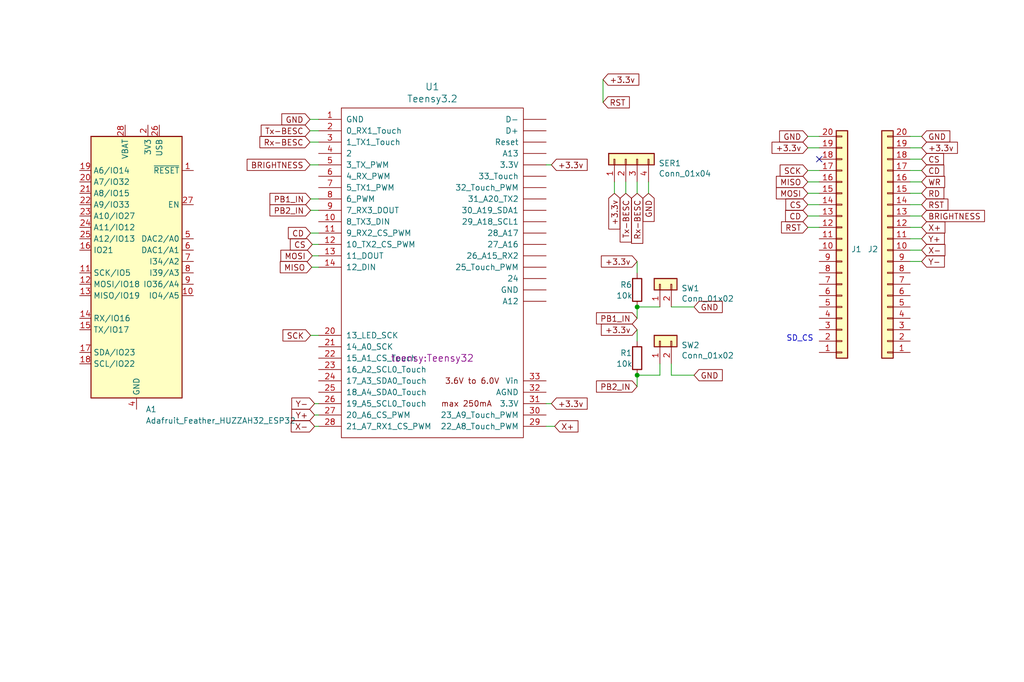
<source format=kicad_sch>
(kicad_sch (version 20211123) (generator eeschema)
  (paper "User" 228.6 152.4)
  (lib_symbols
    (symbol "Connector_Generic:Conn_01x02" (pin_names (offset 1.016) hide)
      (property "Reference" "J" (at 0 2.54 0))
      (property "Value" "Conn_01x02" (at 0 -5.08 0))
      (symbol "Conn_01x02_1_1"
        (rectangle (start -1.27 -2.413) (end 0 -2.667) (stroke (width 0.1524)))
        (rectangle (start -1.27 0.127) (end 0 -0.127) (stroke (width 0.1524)))
        (rectangle (start -1.27 1.27) (end 1.27 -3.81) (stroke (width 0.254)) (fill (type background)))
        (pin passive line (at -5.08 0 0) (length 3.81) (name "Pin_1") (number "1"))
        (pin passive line (at -5.08 -2.54 0) (length 3.81) (name "Pin_2") (number "2"))
      )
    )
    (symbol "Connector_Generic:Conn_01x04" (pin_names (offset 1.016) hide)
      (property "Reference" "J" (at 0 5.08 0))
      (property "Value" "Conn_01x04" (at 0 -7.62 0))
      (symbol "Conn_01x04_1_1"
        (rectangle (start -1.27 -4.953) (end 0 -5.207) (stroke (width 0.1524)))
        (rectangle (start -1.27 -2.413) (end 0 -2.667) (stroke (width 0.1524)))
        (rectangle (start -1.27 0.127) (end 0 -0.127) (stroke (width 0.1524)))
        (rectangle (start -1.27 2.667) (end 0 2.413) (stroke (width 0.1524)))
        (rectangle (start -1.27 3.81) (end 1.27 -6.35) (stroke (width 0.254)) (fill (type background)))
        (pin passive line (at -5.08 2.54 0) (length 3.81) (name "Pin_1") (number "1"))
        (pin passive line (at -5.08 0 0) (length 3.81) (name "Pin_2") (number "2"))
        (pin passive line (at -5.08 -2.54 0) (length 3.81) (name "Pin_3") (number "3"))
        (pin passive line (at -5.08 -5.08 0) (length 3.81) (name "Pin_4") (number "4"))
      )
    )
    (symbol "Connector_Generic:Conn_01x20" (pin_names (offset 1.016) hide)
      (property "Reference" "J" (at 0 25.4 0))
      (property "Value" "Conn_01x20" (at 0 -27.94 0))
      (symbol "Conn_01x20_1_1"
        (rectangle (start -1.27 -25.273) (end 0 -25.527) (stroke (width 0.1524)))
        (rectangle (start -1.27 -22.733) (end 0 -22.987) (stroke (width 0.1524)))
        (rectangle (start -1.27 -20.193) (end 0 -20.447) (stroke (width 0.1524)))
        (rectangle (start -1.27 -17.653) (end 0 -17.907) (stroke (width 0.1524)))
        (rectangle (start -1.27 -15.113) (end 0 -15.367) (stroke (width 0.1524)))
        (rectangle (start -1.27 -12.573) (end 0 -12.827) (stroke (width 0.1524)))
        (rectangle (start -1.27 -10.033) (end 0 -10.287) (stroke (width 0.1524)))
        (rectangle (start -1.27 -7.493) (end 0 -7.747) (stroke (width 0.1524)))
        (rectangle (start -1.27 -4.953) (end 0 -5.207) (stroke (width 0.1524)))
        (rectangle (start -1.27 -2.413) (end 0 -2.667) (stroke (width 0.1524)))
        (rectangle (start -1.27 0.127) (end 0 -0.127) (stroke (width 0.1524)))
        (rectangle (start -1.27 2.667) (end 0 2.413) (stroke (width 0.1524)))
        (rectangle (start -1.27 5.207) (end 0 4.953) (stroke (width 0.1524)))
        (rectangle (start -1.27 7.747) (end 0 7.493) (stroke (width 0.1524)))
        (rectangle (start -1.27 10.287) (end 0 10.033) (stroke (width 0.1524)))
        (rectangle (start -1.27 12.827) (end 0 12.573) (stroke (width 0.1524)))
        (rectangle (start -1.27 15.367) (end 0 15.113) (stroke (width 0.1524)))
        (rectangle (start -1.27 17.907) (end 0 17.653) (stroke (width 0.1524)))
        (rectangle (start -1.27 20.447) (end 0 20.193) (stroke (width 0.1524)))
        (rectangle (start -1.27 22.987) (end 0 22.733) (stroke (width 0.1524)))
        (rectangle (start -1.27 24.13) (end 1.27 -26.67) (stroke (width 0.254)) (fill (type background)))
        (pin passive line (at -5.08 22.86 0) (length 3.81) (name "Pin_1") (number "1"))
        (pin passive line (at -5.08 0 0) (length 3.81) (name "Pin_10") (number "10"))
        (pin passive line (at -5.08 -2.54 0) (length 3.81) (name "Pin_11") (number "11"))
        (pin passive line (at -5.08 -5.08 0) (length 3.81) (name "Pin_12") (number "12"))
        (pin passive line (at -5.08 -7.62 0) (length 3.81) (name "Pin_13") (number "13"))
        (pin passive line (at -5.08 -10.16 0) (length 3.81) (name "Pin_14") (number "14"))
        (pin passive line (at -5.08 -12.7 0) (length 3.81) (name "Pin_15") (number "15"))
        (pin passive line (at -5.08 -15.24 0) (length 3.81) (name "Pin_16") (number "16"))
        (pin passive line (at -5.08 -17.78 0) (length 3.81) (name "Pin_17") (number "17"))
        (pin passive line (at -5.08 -20.32 0) (length 3.81) (name "Pin_18") (number "18"))
        (pin passive line (at -5.08 -22.86 0) (length 3.81) (name "Pin_19") (number "19"))
        (pin passive line (at -5.08 20.32 0) (length 3.81) (name "Pin_2") (number "2"))
        (pin passive line (at -5.08 -25.4 0) (length 3.81) (name "Pin_20") (number "20"))
        (pin passive line (at -5.08 17.78 0) (length 3.81) (name "Pin_3") (number "3"))
        (pin passive line (at -5.08 15.24 0) (length 3.81) (name "Pin_4") (number "4"))
        (pin passive line (at -5.08 12.7 0) (length 3.81) (name "Pin_5") (number "5"))
        (pin passive line (at -5.08 10.16 0) (length 3.81) (name "Pin_6") (number "6"))
        (pin passive line (at -5.08 7.62 0) (length 3.81) (name "Pin_7") (number "7"))
        (pin passive line (at -5.08 5.08 0) (length 3.81) (name "Pin_8") (number "8"))
        (pin passive line (at -5.08 2.54 0) (length 3.81) (name "Pin_9") (number "9"))
      )
    )
    (symbol "Device:R" (pin_numbers hide) (pin_names (offset 0))
      (property "Reference" "R" (at 2.032 0 90))
      (property "Value" "R" (at 0 0 90))
      (symbol "R_0_1"
        (rectangle (start -1.016 -2.54) (end 1.016 2.54) (stroke (width 0.254)))
      )
      (symbol "R_1_1"
        (pin passive line (at 0 3.81 270) (length 1.27) (name "~") (number "1"))
        (pin passive line (at 0 -3.81 90) (length 1.27) (name "~") (number "2"))
      )
    )
    (symbol "MCU_Module:Adafruit_Feather_HUZZAH32_ESP32"
      (property "Reference" "A" (at -10.16 29.21 0))
      (property "Value" "Adafruit_Feather_HUZZAH32_ESP32" (at 2.54 -31.75 0))
      (symbol "Adafruit_Feather_HUZZAH32_ESP32_0_1"
        (rectangle (start -10.16 27.94) (end 10.16 -30.48) (stroke (width 0.254)) (fill (type background)))
      )
      (symbol "Adafruit_Feather_HUZZAH32_ESP32_1_1"
        (pin input line (at 12.7 20.32 180) (length 2.54) (name "~{RESET}") (number "1"))
        (pin bidirectional line (at 12.7 -7.62 180) (length 2.54) (name "IO4/A5") (number "10"))
        (pin bidirectional line (at -12.7 -2.54 0) (length 2.54) (name "SCK/IO5") (number "11"))
        (pin bidirectional line (at -12.7 -5.08 0) (length 2.54) (name "MOSI/IO18") (number "12"))
        (pin bidirectional line (at -12.7 -7.62 0) (length 2.54) (name "MISO/IO19") (number "13"))
        (pin bidirectional line (at -12.7 -12.7 0) (length 2.54) (name "RX/IO16") (number "14"))
        (pin bidirectional line (at -12.7 -15.24 0) (length 2.54) (name "TX/IO17") (number "15"))
        (pin bidirectional line (at -12.7 2.54 0) (length 2.54) (name "IO21") (number "16"))
        (pin bidirectional line (at -12.7 -20.32 0) (length 2.54) (name "SDA/IO23") (number "17"))
        (pin bidirectional line (at -12.7 -22.86 0) (length 2.54) (name "SCL/IO22") (number "18"))
        (pin bidirectional line (at -12.7 20.32 0) (length 2.54) (name "A6/IO14") (number "19"))
        (pin power_in line (at 2.54 30.48 270) (length 2.54) (name "3V3") (number "2"))
        (pin bidirectional line (at -12.7 17.78 0) (length 2.54) (name "A7/IO32") (number "20"))
        (pin bidirectional line (at -12.7 15.24 0) (length 2.54) (name "A8/IO15") (number "21"))
        (pin bidirectional line (at -12.7 12.7 0) (length 2.54) (name "A9/IO33") (number "22"))
        (pin bidirectional line (at -12.7 10.16 0) (length 2.54) (name "A10/IO27") (number "23"))
        (pin bidirectional line (at -12.7 7.62 0) (length 2.54) (name "A11/IO12") (number "24"))
        (pin bidirectional line (at -12.7 5.08 0) (length 2.54) (name "A12/IO13") (number "25"))
        (pin power_in line (at 5.08 30.48 270) (length 2.54) (name "USB") (number "26"))
        (pin input line (at 12.7 12.7 180) (length 2.54) (name "EN") (number "27"))
        (pin power_in line (at -2.54 30.48 270) (length 2.54) (name "VBAT") (number "28"))
        (pin no_connect line (at 10.16 10.16 180) (length 2.54) hide (name "NC") (number "3"))
        (pin power_in line (at 0 -33.02 90) (length 2.54) (name "GND") (number "4"))
        (pin bidirectional line (at 12.7 5.08 180) (length 2.54) (name "DAC2/A0") (number "5"))
        (pin bidirectional line (at 12.7 2.54 180) (length 2.54) (name "DAC1/A1") (number "6"))
        (pin bidirectional line (at 12.7 0 180) (length 2.54) (name "I34/A2") (number "7"))
        (pin bidirectional line (at 12.7 -2.54 180) (length 2.54) (name "I39/A3") (number "8"))
        (pin bidirectional line (at 12.7 -5.08 180) (length 2.54) (name "IO36/A4") (number "9"))
      )
    )
    (symbol "teensy:Teensy3.2" (pin_names (offset 1.016))
      (property "Reference" "U" (at 0 39.37 0))
      (property "Value" "Teensy3.2" (at 0 -39.37 0))
      (symbol "Teensy3.2_0_0"
        (text "3.6V to 6.0V" (at 8.89 -24.13 0) (effects (font (size 1.27 1.27))))
        (text "max 250mA" (at 7.62 -29.21 0) (effects (font (size 1.27 1.27))))
      )
      (symbol "Teensy3.2_0_1"
        (rectangle (start -20.32 -36.83) (end 20.32 36.83))
      )
      (symbol "Teensy3.2_1_1"
        (pin power_in line (at -25.4 34.29 0) (length 5.08) (name "GND") (number "1"))
        (pin bidirectional line (at -25.4 11.43 0) (length 5.08) (name "8_TX3_DIN") (number "10"))
        (pin bidirectional line (at -25.4 8.89 0) (length 5.08) (name "9_RX2_CS_PWM") (number "11"))
        (pin bidirectional line (at -25.4 6.35 0) (length 5.08) (name "10_TX2_CS_PWM") (number "12"))
        (pin bidirectional line (at -25.4 3.81 0) (length 5.08) (name "11_DOUT") (number "13"))
        (pin bidirectional line (at -25.4 1.27 0) (length 5.08) (name "12_DIN") (number "14"))
        (pin bidirectional line (at -25.4 31.75 0) (length 5.08) (name "0_RX1_Touch") (number "2"))
        (pin bidirectional line (at -25.4 -13.97 0) (length 5.08) (name "13_LED_SCK") (number "20"))
        (pin bidirectional line (at -25.4 -16.51 0) (length 5.08) (name "14_A0_SCK") (number "21"))
        (pin bidirectional line (at -25.4 -19.05 0) (length 5.08) (name "15_A1_CS_Touch") (number "22"))
        (pin bidirectional line (at -25.4 -21.59 0) (length 5.08) (name "16_A2_SCL0_Touch") (number "23"))
        (pin bidirectional line (at -25.4 -24.13 0) (length 5.08) (name "17_A3_SDA0_Touch") (number "24"))
        (pin bidirectional line (at -25.4 -26.67 0) (length 5.08) (name "18_A4_SDA0_Touch") (number "25"))
        (pin bidirectional line (at -25.4 -29.21 0) (length 5.08) (name "19_A5_SCL0_Touch") (number "26"))
        (pin bidirectional line (at -25.4 -31.75 0) (length 5.08) (name "20_A6_CS_PWM") (number "27"))
        (pin bidirectional line (at -25.4 -34.29 0) (length 5.08) (name "21_A7_RX1_CS_PWM") (number "28"))
        (pin bidirectional line (at 25.4 -34.29 180) (length 5.08) (name "22_A8_Touch_PWM") (number "29"))
        (pin bidirectional line (at -25.4 29.21 0) (length 5.08) (name "1_TX1_Touch") (number "3"))
        (pin bidirectional line (at 25.4 -31.75 180) (length 5.08) (name "23_A9_Touch_PWM") (number "30"))
        (pin power_out line (at 25.4 -29.21 180) (length 5.08) (name "3.3V") (number "31"))
        (pin power_out line (at 25.4 -26.67 180) (length 5.08) (name "AGND") (number "32"))
        (pin power_in line (at 25.4 -24.13 180) (length 5.08) (name "Vin") (number "33"))
        (pin bidirectional line (at -25.4 26.67 0) (length 5.08) (name "2") (number "4"))
        (pin bidirectional line (at -25.4 24.13 0) (length 5.08) (name "3_TX_PWM") (number "5"))
        (pin bidirectional line (at -25.4 21.59 0) (length 5.08) (name "4_RX_PWM") (number "6"))
        (pin bidirectional line (at -25.4 19.05 0) (length 5.08) (name "5_TX1_PWM") (number "7"))
        (pin bidirectional line (at -25.4 16.51 0) (length 5.08) (name "6_PWM") (number "8"))
        (pin bidirectional line (at -25.4 13.97 0) (length 5.08) (name "7_RX3_DOUT") (number "9"))
        (pin bidirectional line (at 25.4 -1.27 180) (length 5.08) (name "24") (number "~"))
        (pin bidirectional line (at 25.4 1.27 180) (length 5.08) (name "25_Touch_PWM") (number "~"))
        (pin bidirectional line (at 25.4 3.81 180) (length 5.08) (name "26_A15_RX2") (number "~"))
        (pin bidirectional line (at 25.4 6.35 180) (length 5.08) (name "27_A16") (number "~"))
        (pin bidirectional line (at 25.4 8.89 180) (length 5.08) (name "28_A17") (number "~"))
        (pin bidirectional line (at 25.4 11.43 180) (length 5.08) (name "29_A18_SCL1") (number "~"))
        (pin power_out line (at 25.4 24.13 180) (length 5.08) (name "3.3V") (number "~"))
        (pin bidirectional line (at 25.4 13.97 180) (length 5.08) (name "30_A19_SDA1") (number "~"))
        (pin bidirectional line (at 25.4 16.51 180) (length 5.08) (name "31_A20_TX2") (number "~"))
        (pin bidirectional line (at 25.4 19.05 180) (length 5.08) (name "32_Touch_PWM") (number "~"))
        (pin bidirectional line (at 25.4 21.59 180) (length 5.08) (name "33_Touch") (number "~"))
        (pin bidirectional line (at 25.4 -6.35 180) (length 5.08) (name "A12") (number "~"))
        (pin bidirectional line (at 25.4 26.67 180) (length 5.08) (name "A13") (number "~"))
        (pin bidirectional line (at 25.4 31.75 180) (length 5.08) (name "D+") (number "~"))
        (pin bidirectional line (at 25.4 34.29 180) (length 5.08) (name "D-") (number "~"))
        (pin power_in line (at 25.4 -3.81 180) (length 5.08) (name "GND") (number "~"))
        (pin input line (at 25.4 29.21 180) (length 5.08) (name "Reset") (number "~"))
      )
    )
  )
  (junction (at 142.24 68.58))
  (junction (at 142.24 83.82))
  (no_connect (at 182.88 35.56))
  (wire (pts (xy 69.342 46.99) (xy 71.12 46.99)))
  (wire (pts (xy 180.34 40.64) (xy 182.88 40.64)))
  (wire (pts (xy 71.12 36.83) (xy 69.215 36.83)))
  (wire (pts (xy 142.24 68.58) (xy 147.32 68.58)))
  (wire (pts (xy 180.34 38.1) (xy 182.88 38.1)))
  (wire (pts (xy 139.7 43.18) (xy 139.7 40.64)))
  (wire (pts (xy 180.34 30.48) (xy 182.88 30.48)))
  (wire (pts (xy 142.24 60.96) (xy 142.24 58.42)))
  (wire (pts (xy 69.723 54.61) (xy 71.12 54.61)))
  (wire (pts (xy 205.74 50.8) (xy 203.2 50.8)))
  (wire (pts (xy 142.24 43.18) (xy 142.24 40.64)))
  (wire (pts (xy 180.34 45.72) (xy 182.88 45.72)))
  (wire (pts (xy 71.12 29.21) (xy 69.215 29.21)))
  (wire (pts (xy 205.74 58.42) (xy 203.2 58.42)))
  (wire (pts (xy 69.723 57.15) (xy 71.12 57.15)))
  (wire (pts (xy 144.78 43.18) (xy 144.78 40.64)))
  (wire (pts (xy 205.74 55.88) (xy 203.2 55.88)))
  (wire (pts (xy 123.0884 36.83) (xy 121.92 36.83)))
  (wire (pts (xy 205.74 30.48) (xy 203.2 30.48)))
  (wire (pts (xy 205.74 53.34) (xy 203.2 53.34)))
  (wire (pts (xy 69.596 59.69) (xy 71.12 59.69)))
  (wire (pts (xy 71.12 31.75) (xy 69.215 31.75)))
  (wire (pts (xy 205.74 38.1) (xy 203.2 38.1)))
  (wire (pts (xy 149.86 68.58) (xy 154.94 68.58)))
  (wire (pts (xy 149.86 83.82) (xy 154.94 83.82)))
  (wire (pts (xy 71.12 90.17) (xy 70.231 90.17)))
  (wire (pts (xy 203.2 48.26) (xy 205.74 48.26)))
  (wire (pts (xy 134.62 22.86) (xy 134.62 17.78)))
  (wire (pts (xy 180.34 50.8) (xy 182.88 50.8)))
  (wire (pts (xy 70.231 92.71) (xy 71.12 92.71)))
  (wire (pts (xy 69.342 44.45) (xy 71.12 44.45)))
  (wire (pts (xy 180.34 43.18) (xy 182.88 43.18)))
  (wire (pts (xy 205.74 40.64) (xy 203.2 40.64)))
  (wire (pts (xy 149.86 81.28) (xy 149.86 83.82)))
  (wire (pts (xy 142.24 76.2) (xy 142.24 73.66)))
  (wire (pts (xy 123.0884 90.17) (xy 121.92 90.17)))
  (wire (pts (xy 205.74 43.18) (xy 203.2 43.18)))
  (wire (pts (xy 142.24 86.36) (xy 142.24 83.82)))
  (wire (pts (xy 71.12 74.93) (xy 69.342 74.93)))
  (wire (pts (xy 137.16 43.18) (xy 137.16 40.64)))
  (wire (pts (xy 71.12 26.67) (xy 69.215 26.67)))
  (wire (pts (xy 70.231 95.25) (xy 71.12 95.25)))
  (wire (pts (xy 142.24 71.12) (xy 142.24 68.58)))
  (wire (pts (xy 205.74 45.72) (xy 203.2 45.72)))
  (wire (pts (xy 69.342 52.07) (xy 71.12 52.07)))
  (wire (pts (xy 147.32 83.82) (xy 147.32 81.28)))
  (wire (pts (xy 123.825 95.25) (xy 121.92 95.25)))
  (wire (pts (xy 180.34 33.02) (xy 182.88 33.02)))
  (wire (pts (xy 205.74 35.56) (xy 203.2 35.56)))
  (wire (pts (xy 142.24 83.82) (xy 147.32 83.82)))
  (wire (pts (xy 205.74 33.02) (xy 203.2 33.02)))
  (wire (pts (xy 180.34 48.26) (xy 182.88 48.26)))
  (text "SD_CS\n" (at 175.514 76.454 0) (effects (font (size 1.27 1.27)) (justify left bottom)))
  (global_label "CD" (shape input) (at 180.34 48.26 180) (property "Intersheet References" "${INTERSHEET_REFS}" (effects hide)))
  (global_label "GND" (shape input) (at 205.74 30.48 0) (property "Intersheet References" "${INTERSHEET_REFS}" (effects hide)))
  (global_label "Y+" (shape input) (at 70.231 92.71 180) (property "Intersheet References" "${INTERSHEET_REFS}" (effects hide)))
  (global_label "+3.3v" (shape input) (at 137.16 43.18 270) (property "Intersheet References" "${INTERSHEET_REFS}" (effects hide)))
  (global_label "BRIGHTNESS" (shape input) (at 69.215 36.83 180) (property "Intersheet References" "${INTERSHEET_REFS}" (effects hide)))
  (global_label "+3.3v" (shape input) (at 123.0884 90.17 0) (property "Intersheet References" "${INTERSHEET_REFS}" (effects hide)))
  (global_label "CS" (shape input) (at 180.34 45.72 180) (property "Intersheet References" "${INTERSHEET_REFS}" (effects hide)))
  (global_label "+3.3v" (shape input) (at 180.34 33.02 180) (property "Intersheet References" "${INTERSHEET_REFS}" (effects hide)))
  (global_label "GND" (shape input) (at 154.94 68.58 0) (property "Intersheet References" "${INTERSHEET_REFS}" (effects hide)))
  (global_label "GND" (shape input) (at 180.34 30.48 180) (property "Intersheet References" "${INTERSHEET_REFS}" (effects hide)))
  (global_label "WR" (shape input) (at 205.74 40.64 0) (property "Intersheet References" "${INTERSHEET_REFS}" (effects hide)))
  (global_label "CS" (shape input) (at 69.723 54.61 180) (property "Intersheet References" "${INTERSHEET_REFS}" (effects hide)))
  (global_label "X-" (shape input) (at 70.231 95.25 180) (property "Intersheet References" "${INTERSHEET_REFS}" (effects hide)))
  (global_label "+3.3v" (shape input) (at 142.24 58.42 180) (property "Intersheet References" "${INTERSHEET_REFS}" (effects hide)))
  (global_label "MOSI" (shape input) (at 69.723 57.15 180) (property "Intersheet References" "${INTERSHEET_REFS}" (effects hide)))
  (global_label "SCK" (shape input) (at 69.342 74.93 180) (property "Intersheet References" "${INTERSHEET_REFS}" (effects hide)))
  (global_label "Rx-BESC" (shape input) (at 69.215 31.75 180) (property "Intersheet References" "${INTERSHEET_REFS}" (effects hide)))
  (global_label "MISO" (shape input) (at 180.34 40.64 180) (property "Intersheet References" "${INTERSHEET_REFS}" (effects hide)))
  (global_label "CD" (shape input) (at 205.74 38.1 0) (property "Intersheet References" "${INTERSHEET_REFS}" (effects hide)))
  (global_label "SCK" (shape input) (at 180.34 38.1 180) (property "Intersheet References" "${INTERSHEET_REFS}" (effects hide)))
  (global_label "MISO" (shape input) (at 69.596 59.69 180) (property "Intersheet References" "${INTERSHEET_REFS}" (effects hide)))
  (global_label "GND" (shape input) (at 144.78 43.18 270) (property "Intersheet References" "${INTERSHEET_REFS}" (effects hide)))
  (global_label "Tx-BESC" (shape input) (at 69.215 29.21 180) (property "Intersheet References" "${INTERSHEET_REFS}" (effects hide)))
  (global_label "+3.3v" (shape input) (at 142.24 73.66 180) (property "Intersheet References" "${INTERSHEET_REFS}" (effects hide)))
  (global_label "X-" (shape input) (at 205.74 55.88 0) (property "Intersheet References" "${INTERSHEET_REFS}" (effects hide)))
  (global_label "+3.3v" (shape input) (at 134.62 17.78 0) (property "Intersheet References" "${INTERSHEET_REFS}" (effects hide)))
  (global_label "X+" (shape input) (at 205.74 50.8 0) (property "Intersheet References" "${INTERSHEET_REFS}" (effects hide)))
  (global_label "PB2_IN" (shape input) (at 69.342 46.99 180) (property "Intersheet References" "${INTERSHEET_REFS}" (effects hide)))
  (global_label "Y-" (shape input) (at 70.231 90.17 180) (property "Intersheet References" "${INTERSHEET_REFS}" (effects hide)))
  (global_label "RST" (shape input) (at 134.62 22.86 0) (property "Intersheet References" "${INTERSHEET_REFS}" (effects hide)))
  (global_label "PB1_IN" (shape input) (at 142.24 71.12 180) (property "Intersheet References" "${INTERSHEET_REFS}" (effects hide)))
  (global_label "RST" (shape input) (at 205.74 45.72 0) (property "Intersheet References" "${INTERSHEET_REFS}" (effects hide)))
  (global_label "Rx-BESC" (shape input) (at 142.24 43.18 270) (property "Intersheet References" "${INTERSHEET_REFS}" (effects hide)))
  (global_label "X+" (shape input) (at 123.825 95.25 0) (property "Intersheet References" "${INTERSHEET_REFS}" (effects hide)))
  (global_label "Y-" (shape input) (at 205.74 58.42 0) (property "Intersheet References" "${INTERSHEET_REFS}" (effects hide)))
  (global_label "MOSI" (shape input) (at 180.34 43.18 180) (property "Intersheet References" "${INTERSHEET_REFS}" (effects hide)))
  (global_label "RST" (shape input) (at 180.34 50.8 180) (property "Intersheet References" "${INTERSHEET_REFS}" (effects hide)))
  (global_label "PB1_IN" (shape input) (at 69.342 44.45 180) (property "Intersheet References" "${INTERSHEET_REFS}" (effects hide)))
  (global_label "GND" (shape input) (at 69.215 26.67 180) (property "Intersheet References" "${INTERSHEET_REFS}" (effects hide)))
  (global_label "RD" (shape input) (at 205.74 43.18 0) (property "Intersheet References" "${INTERSHEET_REFS}" (effects hide)))
  (global_label "+3.3v" (shape input) (at 205.74 33.02 0) (property "Intersheet References" "${INTERSHEET_REFS}" (effects hide)))
  (global_label "PB2_IN" (shape input) (at 142.24 86.36 180) (property "Intersheet References" "${INTERSHEET_REFS}" (effects hide)))
  (global_label "CD" (shape input) (at 69.342 52.07 180) (property "Intersheet References" "${INTERSHEET_REFS}" (effects hide)))
  (global_label "GND" (shape input) (at 154.94 83.82 0) (property "Intersheet References" "${INTERSHEET_REFS}" (effects hide)))
  (global_label "Tx-BESC" (shape input) (at 139.7 43.18 270) (property "Intersheet References" "${INTERSHEET_REFS}" (effects hide)))
  (global_label "CS" (shape input) (at 205.74 35.56 0) (property "Intersheet References" "${INTERSHEET_REFS}" (effects hide)))
  (global_label "Y+" (shape input) (at 205.74 53.34 0) (property "Intersheet References" "${INTERSHEET_REFS}" (effects hide)))
  (global_label "+3.3v" (shape input) (at 123.0884 36.83 0) (property "Intersheet References" "${INTERSHEET_REFS}" (effects hide)))
  (global_label "BRIGHTNESS" (shape input) (at 205.74 48.26 0) (property "Intersheet References" "${INTERSHEET_REFS}" (effects hide)))
  (symbol (lib_id "teensy:Teensy3.2") (at 96.52 60.96 0) (unit 1)
    (property "Reference" "U1" (at 96.52 19.3802 0) (effects (font (size 1.524 1.524))))
    (property "Value" "Teensy3.2" (at 96.52 22.0726 0) (effects (font (size 1.524 1.524))))
    (property "Footprint" "teensy:Teensy32" (at 96.52 80.01 0) (effects (font (size 1.524 1.524))))
  )
  (symbol (lib_id "Device:R") (at 142.24 64.77 0) (unit 1)
    (property "Reference" "R6" (at 138.43 63.627 0) (effects (justify left)))
    (property "Value" "10k" (at 137.541 66.04 0) (effects (justify left)))
    (property "Footprint" "Resistor_SMD:R_0805_2012Metric" (effects hide))
    (property "Datasheet" "https://www.mouser.com/ProductDetail/ROHM-Semiconductor/ESR10EZPF5102?qs=DyUWGjl%252BcVsMTSBF51O24w%3D%3D" (effects hide))
    (property "P/N" "755-ESR10EZPF5102" (effects hide))
    (property "Group#" "11" (effects hide))
  )
  (symbol (lib_id "Connector_Generic:Conn_01x04") (at 139.7 35.56 90) (unit 1)
    (property "Reference" "SER1" (at 147.0152 36.4744 90) (effects (justify right)))
    (property "Value" "Conn_01x04" (at 147.0152 38.7858 90) (effects (justify right)))
    (property "Footprint" "Connector_PinHeader_2.54mm:PinHeader_1x04_P2.54mm_Vertical" (effects hide))
  )
  (symbol (lib_id "Connector_Generic:Conn_01x02") (at 147.32 63.5 90) (unit 1)
    (property "Reference" "SW1" (at 152.0952 64.4144 90) (effects (justify right)))
    (property "Value" "Conn_01x02" (at 152.0952 66.7258 90) (effects (justify right)))
    (property "Footprint" "Connector_PinHeader_2.54mm:PinHeader_1x02_P2.54mm_Vertical" (effects hide))
  )
  (symbol (lib_id "Connector_Generic:Conn_01x20") (at 187.96 55.88 0) (mirror x) (unit 1)
    (property "Reference" "J1" (at 189.992 55.6768 0) (effects (justify left)))
    (property "Value" "Conn_01x20" (effects hide))
    (property "Footprint" "Connector_PinHeader_2.54mm:PinHeader_1x20_P2.54mm_Vertical" (effects hide))
  )
  (symbol (lib_id "Connector_Generic:Conn_01x20") (at 198.12 55.88 180) (unit 1)
    (property "Reference" "J2" (at 196.088 55.6768 0) (effects (justify left)))
    (property "Value" "Conn_01x20" (effects hide))
    (property "Footprint" "Connector_PinHeader_2.54mm:PinHeader_1x20_P2.54mm_Vertical" (effects hide))
  )
  (symbol (lib_id "Device:R") (at 142.24 80.01 0) (unit 1)
    (property "Reference" "R1" (at 138.43 78.867 0) (effects (justify left)))
    (property "Value" "10k" (at 137.541 81.28 0) (effects (justify left)))
    (property "Footprint" "Resistor_SMD:R_0805_2012Metric" (effects hide))
    (property "Datasheet" "https://www.mouser.com/ProductDetail/ROHM-Semiconductor/ESR10EZPF5102?qs=DyUWGjl%252BcVsMTSBF51O24w%3D%3D" (effects hide))
    (property "P/N" "755-ESR10EZPF5102" (effects hide))
    (property "Group#" "11" (effects hide))
  )
  (symbol (lib_id "Connector_Generic:Conn_01x02") (at 147.32 76.2 90) (unit 1)
    (property "Reference" "SW2" (at 152.0952 77.1144 90) (effects (justify right)))
    (property "Value" "Conn_01x02" (at 152.0952 79.4258 90) (effects (justify right)))
    (property "Footprint" "Connector_PinHeader_2.54mm:PinHeader_1x02_P2.54mm_Vertical" (effects hide))
  )
  (symbol (lib_id "MCU_Module:Adafruit_Feather_HUZZAH32_ESP32") (at 30.48 58.42 0) (unit 1)
    (property "Reference" "A1" (at 32.4994 91.44 0) (effects (justify left)))
    (property "Value" "Adafruit_Feather_HUZZAH32_ESP32" (at 32.4994 93.98 0) (effects (justify left)))
    (property "Footprint" "Module:Adafruit_Feather" (effects hide))
    (property "Datasheet" "https://cdn-learn.adafruit.com/downloads/pdf/adafruit-huzzah32-esp32-feather.pdf" (effects hide))
  )
)
</source>
